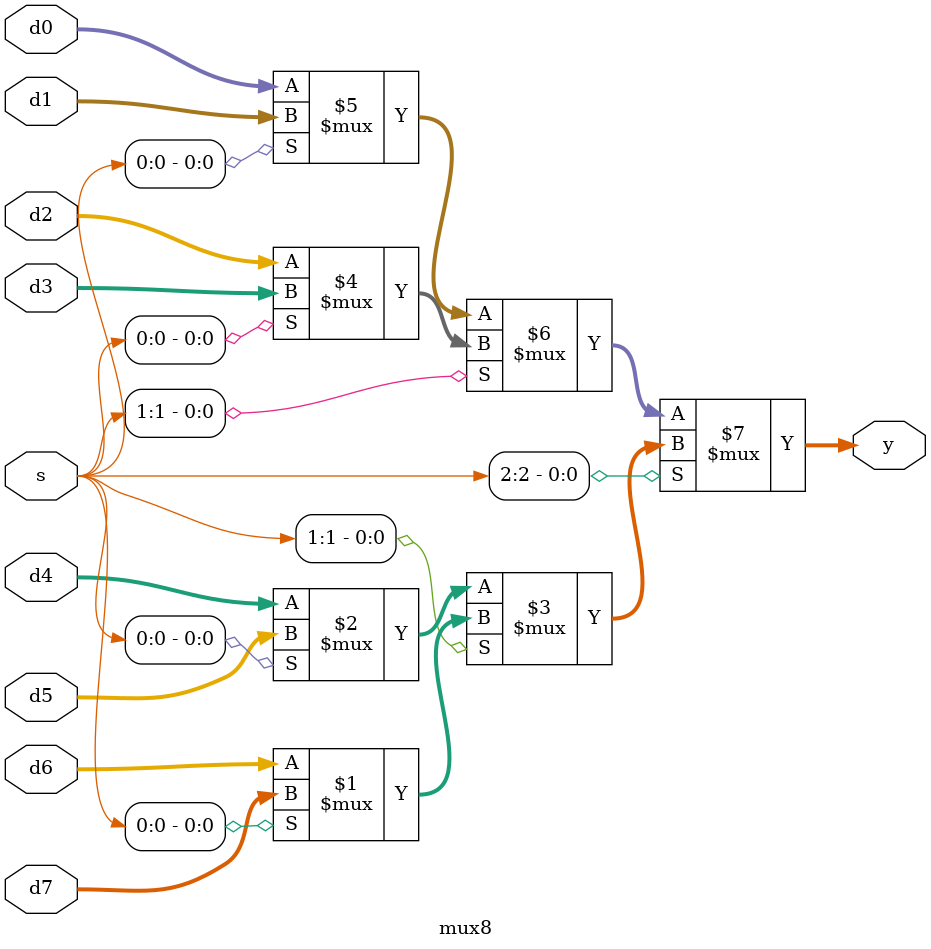
<source format=sv>
`timescale 1ns / 1ps


module mux8 (input logic [7:0] d0, d1, d2, d3,d4,d5,d6,d7,
input logic [2:0] s,
output logic [7:0] y);

    assign y = s[2] ? (s[1] ?
            (s[0] ? d7 : d6):
            (s[0] ? d5 : d4)) : (s[1] ?
            (s[0] ? d3 : d2):
            (s[0] ? d1 : d0));
endmodule

</source>
